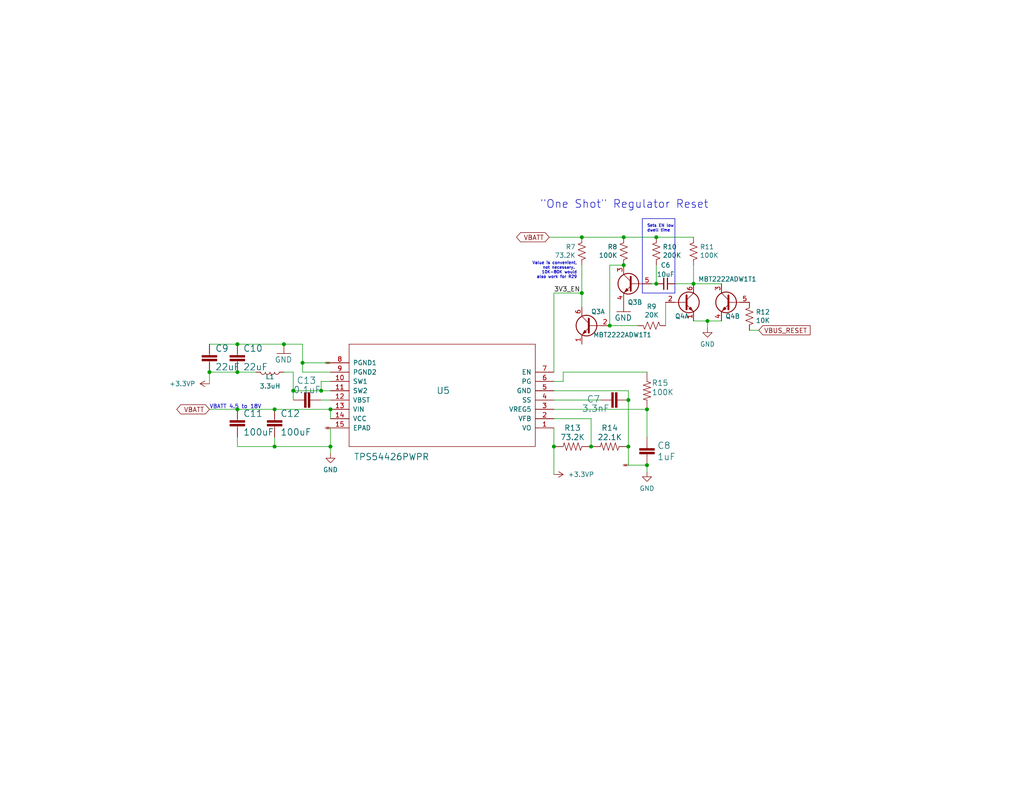
<source format=kicad_sch>
(kicad_sch (version 20230121) (generator eeschema)
  (paper "USLetter")
  (title_block (title "2S3P Power Board with Monitoring") (date "2023-10-30") (rev "v1.0") (company "TVSC") (comment 1 "See https://pycubed.org/ for details.") (comment 2 "Based on PyCubed Battery Board"))
  (lib_symbols
    (symbol "Device:C_Small" (pin_numbers hide) (pin_names (offset 0.254) hide)
      (property "Reference" "C" (at 0.254 1.778 0))
      (property "Value" "C_Small" (at 0.254 -2.032 0))
      (symbol "C_Small_0_1"
        (polyline (pts (xy -1.524 -0.508) (xy 1.524 -0.508)) (stroke (width 0.3302)))
        (polyline (pts (xy -1.524 0.508) (xy 1.524 0.508)) (stroke (width 0.3048)))
      )
      (symbol "C_Small_1_1"
        (pin passive line (at 0 2.54 270) (length 2.032) (name "~") (number "1"))
        (pin passive line (at 0 -2.54 90) (length 2.032) (name "~") (number "2"))
      )
    )
    (symbol "Device:L" (pin_numbers hide) (pin_names (offset 1.016) hide)
      (property "Reference" "L" (at -1.27 0 90))
      (property "Value" "L" (at 1.905 0 90))
      (symbol "L_0_1"
        (arc (start 0 -2.54) (mid 0.6323 -1.905) (end 0 -1.27))
        (arc (start 0 -1.27) (mid 0.6323 -0.635) (end 0 0))
        (arc (start 0 0) (mid 0.6323 0.635) (end 0 1.27))
        (arc (start 0 1.27) (mid 0.6323 1.905) (end 0 2.54))
      )
      (symbol "L_1_1"
        (pin passive line (at 0 3.81 270) (length 1.27) (name "1") (number "1"))
        (pin passive line (at 0 -3.81 90) (length 1.27) (name "2") (number "2"))
      )
    )
    (symbol "Device:R_US" (pin_numbers hide) (pin_names (offset 0))
      (property "Reference" "R" (at 2.54 0 90))
      (property "Value" "R_US" (at -2.54 0 90))
      (symbol "R_US_0_1"
        (polyline (pts (xy 0 -2.286) (xy 0 -2.54)))
        (polyline (pts (xy 0 2.286) (xy 0 2.54)))
        (polyline (pts (xy 0 -0.762) (xy 1.016 -1.143) (xy 0 -1.524) (xy -1.016 -1.905) (xy 0 -2.286)))
        (polyline (pts (xy 0 0.762) (xy 1.016 0.381) (xy 0 0) (xy -1.016 -0.381) (xy 0 -0.762)))
        (polyline (pts (xy 0 2.286) (xy 1.016 1.905) (xy 0 1.524) (xy -1.016 1.143) (xy 0 0.762)))
      )
      (symbol "R_US_1_1"
        (pin passive line (at 0 3.81 270) (length 1.27) (name "~") (number "1"))
        (pin passive line (at 0 -3.81 90) (length 1.27) (name "~") (number "2"))
      )
    )
    (symbol "Transistor_BJT:MBT2222ADW1T1" (pin_names (offset 0) hide)
      (property "Reference" "Q" (at 5.08 1.27 0))
      (property "Value" "MBT2222ADW1T1" (at 5.08 -1.27 0))
      (symbol "MBT2222ADW1T1_0_1"
        (polyline (pts (xy 0.635 0) (xy -2.54 0)))
        (polyline (pts (xy 0.635 0.635) (xy 2.54 2.54)))
        (polyline (pts (xy 0.635 -0.635) (xy 2.54 -2.54) (xy 2.54 -2.54)))
        (polyline (pts (xy 0.635 1.905) (xy 0.635 -1.905) (xy 0.635 -1.905)) (stroke (width 0.508)))
        (polyline (pts (xy 1.27 -1.778) (xy 1.778 -1.27) (xy 2.286 -2.286) (xy 1.27 -1.778) (xy 1.27 -1.778)) (fill (type outline)))
        (circle (center 1.27 0) (radius 2.8194) (stroke (width 0.254)))
      )
      (symbol "MBT2222ADW1T1_1_1"
        (pin passive line (at 2.54 -5.08 90) (length 2.54) (name "E1") (number "1"))
        (pin input line (at -5.08 0 0) (length 2.54) (name "B1") (number "2"))
        (pin passive line (at 2.54 5.08 270) (length 2.54) (name "C1") (number "6"))
      )
      (symbol "MBT2222ADW1T1_2_1"
        (pin passive line (at 2.54 5.08 270) (length 2.54) (name "C2") (number "3"))
        (pin passive line (at 2.54 -5.08 90) (length 2.54) (name "E2") (number "4"))
        (pin input line (at -5.08 0 0) (length 2.54) (name "B2") (number "5"))
      )
    )
    (symbol "mainboard:1.0UF-0603-16V-10%" (pin_names (offset 1.016))
      (property "Reference" "C" (at 1.524 2.921 0))
      (property "Value" "1.0UF-0603-16V-10%" (at 1.524 -2.159 0))
      (symbol "1.0UF-0603-16V-10%_1_0"
        (rectangle (start -2.032 0.508) (end 2.032 1.016) (fill (type outline)))
        (rectangle (start -2.032 1.524) (end 2.032 2.032) (fill (type outline)))
        (polyline (pts (xy 0 0) (xy 0 0.508)))
        (polyline (pts (xy 0 2.54) (xy 0 2.032)))
        (pin passive line (at 0 5.08 270) (length 2.54) (name "1") (number "1"))
        (pin passive line (at 0 -2.54 90) (length 2.54) (name "2") (number "2"))
      )
    )
    (symbol "mainboard:22UF-0805-6.3V-20%" (pin_names (offset 1.016))
      (property "Reference" "C" (at 1.524 2.921 0))
      (property "Value" "22UF-0805-6.3V-20%" (at 1.524 -2.159 0))
      (symbol "22UF-0805-6.3V-20%_1_0"
        (rectangle (start -2.032 0.508) (end 2.032 1.016) (fill (type outline)))
        (rectangle (start -2.032 1.524) (end 2.032 2.032) (fill (type outline)))
        (polyline (pts (xy 0 0) (xy 0 0.508)))
        (polyline (pts (xy 0 2.54) (xy 0 2.032)))
        (pin passive line (at 0 5.08 270) (length 2.54) (name "1") (number "1"))
        (pin passive line (at 0 -2.54 90) (length 2.54) (name "2") (number "2"))
      )
    )
    (symbol "mainboard:22UF-1210-16V-20%" (pin_names (offset 1.016))
      (property "Reference" "C" (at 1.524 2.921 0))
      (property "Value" "22UF-1210-16V-20%" (at 1.524 -2.159 0))
      (symbol "22UF-1210-16V-20%_1_0"
        (rectangle (start -2.032 0.508) (end 2.032 1.016) (fill (type outline)))
        (rectangle (start -2.032 1.524) (end 2.032 2.032) (fill (type outline)))
        (polyline (pts (xy 0 0) (xy 0 0.508)))
        (polyline (pts (xy 0 2.54) (xy 0 2.032)))
        (pin passive line (at 0 5.08 270) (length 2.54) (name "1") (number "1"))
        (pin passive line (at 0 -2.54 90) (length 2.54) (name "2") (number "2"))
      )
    )
    (symbol "mainboard:3.3NF-0603-100V-10%" (pin_names (offset 1.016))
      (property "Reference" "C" (at 1.524 2.921 0))
      (property "Value" "3.3NF-0603-100V-10%" (at 1.524 -2.159 0))
      (symbol "3.3NF-0603-100V-10%_1_0"
        (rectangle (start -2.032 0.508) (end 2.032 1.016) (fill (type outline)))
        (rectangle (start -2.032 1.524) (end 2.032 2.032) (fill (type outline)))
        (polyline (pts (xy 0 0) (xy 0 0.508)))
        (polyline (pts (xy 0 2.54) (xy 0 2.032)))
        (pin passive line (at 0 5.08 270) (length 2.54) (name "1") (number "1"))
        (pin passive line (at 0 -2.54 90) (length 2.54) (name "2") (number "2"))
      )
    )
    (symbol "mainboard:GND" (power) (pin_names (offset 1.016))
      (property "Value" "GND" (at -2.54 -2.54 0))
      (symbol "GND_1_0"
        (polyline (pts (xy -1.905 0) (xy 1.905 0)))
        (pin power_in line (at 0 2.54 270) (length 2.54) (name "GND") (number "1"))
      )
    )
    (symbol "mainboard:R-US_R0603" (pin_names (offset 1.016))
      (property "Reference" "R" (at -3.81 1.4986 0))
      (property "Value" "R-US_R0603" (at -3.81 -3.302 0))
      (symbol "R-US_R0603_1_0"
        (polyline (pts (xy -2.54 0) (xy -2.159 1.016)))
        (polyline (pts (xy -2.159 1.016) (xy -1.524 -1.016)))
        (polyline (pts (xy -1.524 -1.016) (xy -0.889 1.016)))
        (polyline (pts (xy -0.889 1.016) (xy -0.254 -1.016)))
        (polyline (pts (xy -0.254 -1.016) (xy 0.381 1.016)))
        (polyline (pts (xy 0.381 1.016) (xy 1.016 -1.016)))
        (polyline (pts (xy 1.016 -1.016) (xy 1.651 1.016)))
        (polyline (pts (xy 1.651 1.016) (xy 2.286 -1.016)))
        (polyline (pts (xy 2.286 -1.016) (xy 2.54 0)))
        (pin passive line (at -5.08 0 0) (length 2.54) (name "1") (number "1"))
        (pin passive line (at 5.08 0 180) (length 2.54) (name "2") (number "2"))
      )
    )
    (symbol "mainboard:TPS54226PWPRPWP14_2P31X2P46-L" (pin_names (offset 1.016))
      (property "Reference" "U" (at 28.2956 9.1186 0))
      (property "Value" "TPS54226PWPRPWP14_2P31X2P46-L" (at 27.6606 6.5786 0))
      (symbol "TPS54226PWPRPWP14_2P31X2P46-L_1_0"
        (polyline (pts (xy 7.62 -22.86) (xy 58.42 -22.86)))
        (polyline (pts (xy 7.62 5.08) (xy 7.62 -22.86)))
        (polyline (pts (xy 58.42 -22.86) (xy 58.42 5.08)))
        (polyline (pts (xy 58.42 5.08) (xy 7.62 5.08)))
        (pin output line (at 2.54 0 0) (length 5.08) (name "VO") (number "1"))
        (pin passive line (at 63.5 -12.7 180) (length 5.08) (name "SW1") (number "10"))
        (pin passive line (at 63.5 -10.16 180) (length 5.08) (name "SW2") (number "11"))
        (pin input line (at 63.5 -7.62 180) (length 5.08) (name "VBST") (number "12"))
        (pin input line (at 63.5 -5.08 180) (length 5.08) (name "VIN") (number "13"))
        (pin input line (at 63.5 -2.54 180) (length 5.08) (name "VCC") (number "14"))
        (pin passive line (at 63.5 0 180) (length 5.08) (name "EPAD") (number "15"))
        (pin input line (at 2.54 -2.54 0) (length 5.08) (name "VFB") (number "2"))
        (pin output line (at 2.54 -5.08 0) (length 5.08) (name "VREG5") (number "3"))
        (pin passive line (at 2.54 -7.62 0) (length 5.08) (name "SS") (number "4"))
        (pin power_in line (at 2.54 -10.16 0) (length 5.08) (name "GND") (number "5"))
        (pin output line (at 2.54 -12.7 0) (length 5.08) (name "PG") (number "6"))
        (pin input line (at 2.54 -15.24 0) (length 5.08) (name "EN") (number "7"))
        (pin power_in line (at 63.5 -17.78 180) (length 5.08) (name "PGND1") (number "8"))
        (pin power_in line (at 63.5 -15.24 180) (length 5.08) (name "PGND2") (number "9"))
      )
    )
    (symbol "power:+3.3VP" (power) (pin_names (offset 0))
      (property "Value" "+3.3VP" (at 0 2.54 0))
      (symbol "+3.3VP_0_0"
        (pin power_in line (at 0 0 90) (length 0) hide (name "+3.3VP") (number "1"))
      )
      (symbol "+3.3VP_0_1"
        (polyline (pts (xy -0.762 1.27) (xy 0 2.54)))
        (polyline (pts (xy 0 0) (xy 0 2.54)))
        (polyline (pts (xy 0 2.54) (xy 0.762 1.27)))
      )
    )
    (symbol "power:GND" (power) (pin_names (offset 0))
      (property "Value" "GND" (at 0 -3.81 0))
      (symbol "GND_0_1"
        (polyline (pts (xy 0 0) (xy 0 -1.27) (xy 1.27 -1.27) (xy 0 -2.54) (xy -1.27 -1.27) (xy 0 -1.27)))
      )
      (symbol "GND_1_1"
        (pin power_in line (at 0 0 270) (length 0) hide (name "GND") (number "1"))
      )
    )
  )
  (junction (at 151.13 121.92))
  (junction (at 74.93 111.76))
  (junction (at 176.53 127))
  (junction (at 176.53 111.76))
  (junction (at 170.18 64.77))
  (junction (at 158.75 80.01))
  (junction (at 179.07 64.77))
  (junction (at 189.23 77.47))
  (junction (at 90.17 121.92))
  (junction (at 90.17 111.76))
  (junction (at 74.93 121.92))
  (junction (at 64.77 111.76))
  (junction (at 171.45 109.22))
  (junction (at 170.18 72.39))
  (junction (at 82.55 99.06))
  (junction (at 87.63 106.68))
  (junction (at 179.07 77.47))
  (junction (at 171.45 121.92))
  (junction (at 57.15 101.6))
  (junction (at 193.04 87.63))
  (junction (at 77.47 93.98))
  (junction (at 64.77 101.6))
  (junction (at 158.75 64.77))
  (junction (at 64.77 93.98))
  (junction (at 166.37 88.9))
  (junction (at 80.01 106.68))
  (junction (at 161.29 121.92))
  (wire (pts (xy 171.45 127) (xy 171.45 121.92)))
  (wire (pts (xy 177.8 77.47) (xy 179.07 77.47)))
  (wire (pts (xy 80.01 109.22) (xy 80.01 106.68)))
  (wire (pts (xy 90.17 121.92) (xy 90.17 123.825)))
  (wire (pts (xy 181.61 88.9) (xy 181.61 82.55)))
  (wire (pts (xy 57.15 93.98) (xy 64.77 93.98)))
  (wire (pts (xy 166.37 88.9) (xy 166.37 72.39)))
  (wire (pts (xy 189.23 87.63) (xy 193.04 87.63)))
  (wire (pts (xy 90.17 104.14) (xy 87.63 104.14)))
  (wire (pts (xy 151.13 101.6) (xy 151.13 80.01)))
  (wire (pts (xy 90.17 106.68) (xy 87.63 106.68)))
  (wire (pts (xy 151.13 114.3) (xy 161.29 114.3)))
  (wire (pts (xy 179.07 72.39) (xy 179.07 77.47)))
  (wire (pts (xy 151.13 80.01) (xy 158.75 80.01)))
  (polyline (pts (xy 184.15 80.01) (xy 175.26 80.01)))
  (wire (pts (xy 193.04 89.535) (xy 193.04 87.63)))
  (wire (pts (xy 153.67 104.14) (xy 151.13 104.14)))
  (wire (pts (xy 158.75 64.77) (xy 170.18 64.77)))
  (polyline (pts (xy 175.26 80.01) (xy 175.26 59.69)))
  (wire (pts (xy 64.77 93.98) (xy 77.47 93.98)))
  (wire (pts (xy 158.75 72.39) (xy 158.75 80.01)))
  (wire (pts (xy 176.53 111.76) (xy 176.53 119.38)))
  (wire (pts (xy 151.13 111.76) (xy 176.53 111.76)))
  (wire (pts (xy 77.47 93.98) (xy 82.55 93.98)))
  (wire (pts (xy 74.93 121.92) (xy 90.17 121.92)))
  (wire (pts (xy 64.77 121.92) (xy 74.93 121.92)))
  (wire (pts (xy 176.53 101.6) (xy 153.67 101.6)))
  (wire (pts (xy 161.29 114.3) (xy 161.29 121.92)))
  (wire (pts (xy 171.45 109.22) (xy 171.45 121.92)))
  (wire (pts (xy 171.45 127) (xy 176.53 127)))
  (wire (pts (xy 64.77 111.76) (xy 74.93 111.76)))
  (wire (pts (xy 82.55 93.98) (xy 82.55 99.06)))
  (wire (pts (xy 74.93 111.76) (xy 90.17 111.76)))
  (wire (pts (xy 151.13 121.92) (xy 151.13 129.54)))
  (wire (pts (xy 77.47 101.6) (xy 80.01 101.6)))
  (wire (pts (xy 170.18 64.77) (xy 179.07 64.77)))
  (wire (pts (xy 189.23 72.39) (xy 189.23 77.47)))
  (wire (pts (xy 153.67 101.6) (xy 153.67 104.14)))
  (wire (pts (xy 90.17 114.3) (xy 90.17 111.76)))
  (wire (pts (xy 151.13 106.68) (xy 171.45 106.68)))
  (wire (pts (xy 64.77 111.76) (xy 57.15 111.76)))
  (wire (pts (xy 184.15 77.47) (xy 189.23 77.47)))
  (wire (pts (xy 57.15 101.6) (xy 64.77 101.6)))
  (wire (pts (xy 196.85 77.47) (xy 189.23 77.47)))
  (wire (pts (xy 64.77 121.92) (xy 64.77 119.38)))
  (wire (pts (xy 82.55 101.6) (xy 90.17 101.6)))
  (wire (pts (xy 57.15 104.775) (xy 57.15 101.6)))
  (wire (pts (xy 149.86 64.77) (xy 158.75 64.77)))
  (polyline (pts (xy 184.15 80.01) (xy 184.15 59.69)))
  (wire (pts (xy 74.93 121.92) (xy 74.93 119.38)))
  (wire (pts (xy 173.99 88.9) (xy 166.37 88.9)))
  (wire (pts (xy 90.17 116.84) (xy 90.17 121.92)))
  (wire (pts (xy 90.17 99.06) (xy 82.55 99.06)))
  (wire (pts (xy 158.75 80.01) (xy 158.75 83.82)))
  (wire (pts (xy 87.63 106.68) (xy 87.63 104.14)))
  (wire (pts (xy 151.13 116.84) (xy 151.13 121.92)))
  (wire (pts (xy 207.01 90.17) (xy 204.47 90.17)))
  (wire (pts (xy 179.07 64.77) (xy 189.23 64.77)))
  (wire (pts (xy 166.37 72.39) (xy 170.18 72.39)))
  (wire (pts (xy 82.55 99.06) (xy 82.55 101.6)))
  (wire (pts (xy 64.77 101.6) (xy 69.85 101.6)))
  (wire (pts (xy 171.45 106.68) (xy 171.45 109.22)))
  (wire (pts (xy 80.01 106.68) (xy 80.01 101.6)))
  (wire (pts (xy 151.13 109.22) (xy 163.83 109.22)))
  (polyline (pts (xy 184.15 59.69) (xy 175.26 59.69)))
  (wire (pts (xy 90.17 109.22) (xy 87.63 109.22)))
  (wire (pts (xy 176.53 127) (xy 176.53 128.905)))
  (wire (pts (xy 87.63 106.68) (xy 80.01 106.68)))
  (wire (pts (xy 193.04 87.63) (xy 196.85 87.63)))
  (text "\"One Shot\" Regulator Reset" (at 147.32 57.15 0) (effects (font (size 2.159 2.159)) (justify left bottom)))
  (text "Sets EN low\ndwell time" (at 176.53 63.5 0) (effects (font (size 0.7874 0.7874)) (justify left bottom)))
  (text "VBATT 4.5 to 18V" (at 57.15 111.76 0) (effects (font (size 1.0668 1.0668)) (justify left bottom)))
  (text "Value is convenient,\nnot necessary. \n10K-80K would\nalso work for R29" (at 157.48 76.2 0) (effects (font (size 0.7874 0.7874)) (justify right bottom)))
  (label "3V3_EN" (at 151.13 80.01 0))
  (global_label "VBUS_RESET" (shape input) (at 207.01 90.17 0) (property "Intersheetrefs" "${INTERSHEET_REFS}" (effects hide)))
  (global_label "GND" (shape bidirectional) (at 90.17 99.06 180) (effects (font (size 0.254 0.254))) (property "Intersheetrefs" "${INTERSHEET_REFS}" (effects hide)))
  (global_label "VBATT" (shape bidirectional) (at 149.86 64.77 180) (property "Intersheetrefs" "${INTERSHEET_REFS}" (effects hide)))
  (global_label "GND" (shape bidirectional) (at 90.17 116.84 180) (effects (font (size 0.254 0.254))) (property "Intersheetrefs" "${INTERSHEET_REFS}" (effects hide)))
  (global_label "VBATT" (shape bidirectional) (at 57.15 111.76 180) (property "Intersheetrefs" "${INTERSHEET_REFS}" (effects hide)))
  (global_label "GND" (shape bidirectional) (at 171.45 127 180) (effects (font (size 0.254 0.254))) (property "Intersheetrefs" "${INTERSHEET_REFS}" (effects hide)))
  (symbol (lib_id "Device:R_US") (at 158.75 68.58 0) (mirror y) (unit 1)
    (property "Reference" "R7" (at 157.0482 67.4116 0) (effects (justify left)))
    (property "Value" "73.2K" (at 157.0482 69.723 0) (effects (justify left)))
    (property "Footprint" "Resistor_SMD:R_0603_1608Metric" (effects hide))
    (property "Description" "73.2K 0603" (effects hide))
    (instances (project "2S3P Power Board" (path "" (reference "R7") (unit 1)) (path "" (reference "R8") (unit 1))) (project "mainboard" (path "" (reference "R29") (unit 1)) (path "" (reference "R?") (unit 1))))
  )
  (symbol (lib_id "Device:R_US") (at 177.8 88.9 270) (mirror x) (unit 1)
    (property "Reference" "R9" (at 177.8 83.693 90))
    (property "Value" "20K" (at 177.8 86.0044 90))
    (property "Footprint" "Resistor_SMD:R_0603_1608Metric" (effects hide))
    (property "Description" "20K 0603" (effects hide))
    (instances (project "2S3P Power Board" (path "" (reference "R9") (unit 1)) (path "" (reference "R12") (unit 1))) (project "mainboard" (path "" (reference "R110") (unit 1)) (path "" (reference "R?") (unit 1))))
  )
  (symbol (lib_id "Transistor_BJT:MBT2222ADW1T1") (at 172.72 77.47 0) (mirror y) (unit 2)
    (property "Reference" "Q3" (at 175.26 82.55 0) (effects (justify left)))
    (property "Value" "MBT2222ADW1T1" (effects hide))
    (property "Footprint" "Package_TO_SOT_SMD:SOT-363_SC-70-6" (effects hide))
    (property "Datasheet" "http://www.onsemi.com/pub_link/Collateral/MBT2222ADW1T1-D.PDF" (effects hide))
    (property "Description" "Dual NPN BJT - 2NPN" (effects hide))
    (property "Flight" "MBT2222ADW1T1G" (effects hide))
    (property "Manufacturer" "ON Semiconductor" (effects hide))
    (property "Non-Fabricator PN" "MBT2222ADW1T1G" (effects hide))
    (property "Proto" "MBT2222ADW1T1G" (effects hide))
    (instances (project "2S3P Power Board" (path "" (reference "Q3") (unit 2)) (path "" (reference "Q3") (unit 2))) (project "mainboard" (path "" (reference "Q2") (unit 2))))
  )
  (symbol (lib_id "power:GND") (at 90.17 123.825 0) (unit 1)
    (property "Reference" "#PWR026" (effects hide))
    (property "Value" "GND" (at 90.17 128.27 0))
  )
  (symbol (lib_id "power:+3.3VP") (at 57.15 104.775 90) (unit 1)
    (property "Reference" "#PWR05" (effects hide))
    (property "Value" "+3.3VP" (at 53.34 104.775 90) (effects (justify left)))
  )
  (symbol (lib_id "mainboard:1.0UF-0603-16V-10%") (at 85.09 109.22 90) (unit 1)
    (property "Reference" "C13" (at 86.36 102.87 90) (effects (font (size 1.778 1.778)) (justify left bottom)))
    (property "Value" "0.1uF" (at 87.63 105.41 90) (effects (font (size 1.778 1.778)) (justify left bottom)))
    (property "Footprint" "Capacitor_SMD:C_0603_1608Metric" (effects hide))
    (property "Description" "0.1uF +-10% 50V X7R 0603" (effects hide))
    (instances (project "2S3P Power Board" (path "" (reference "C13") (unit 1)) (path "" (reference "C10") (unit 1))) (project "mainboard" (path "" (reference "C21") (unit 1)) (path "" (reference "C?") (unit 1))))
  )
  (symbol (lib_id "Device:R_US") (at 179.07 68.58 0) (mirror y) (unit 1)
    (property "Reference" "R10" (at 180.7972 67.4116 0) (effects (justify right)))
    (property "Value" "200K" (at 180.7972 69.723 0) (effects (justify right)))
    (property "Footprint" "Resistor_SMD:R_0603_1608Metric" (effects hide))
    (property "Description" "200K 0603" (effects hide))
    (instances (project "2S3P Power Board" (path "" (reference "R10") (unit 1)) (path "" (reference "R13") (unit 1))) (project "mainboard" (path "" (reference "R47") (unit 1)) (path "" (reference "R?") (unit 1))))
  )
  (symbol (lib_id "power:+3.3VP") (at 151.13 129.54 270) (unit 1)
    (property "Reference" "#PWR011" (effects hide))
    (property "Value" "+3.3VP" (at 154.94 129.54 90) (effects (justify left)))
  )
  (symbol (lib_id "mainboard:R-US_R0603") (at 166.37 121.92 180) (unit 1)
    (property "Reference" "R14" (at 166.37 116.84 0) (effects (font (size 1.4986 1.4986))))
    (property "Value" "22.1K" (at 166.37 119.38 0) (effects (font (size 1.4986 1.4986))))
    (property "Footprint" "Resistor_SMD:R_0603_1608Metric" (effects hide))
    (property "Description" "22.1K 0603" (effects hide))
    (instances (project "2S3P Power Board" (path "" (reference "R14") (unit 1)) (path "" (reference "R9") (unit 1))) (project "mainboard" (path "" (reference "R14") (unit 1)) (path "" (reference "R?") (unit 1))))
  )
  (symbol (lib_id "mainboard:GND") (at 170.18 85.09 0) (unit 1)
    (property "Reference" "#GND03" (effects hide))
    (property "Value" "GND" (at 167.64 87.63 0) (effects (font (size 1.4986 1.4986)) (justify left bottom)))
    (instances (project "2S3P Power Board" (path "" (reference "#GND03") (unit 1)) (path "" (reference "#GND05") (unit 1))) (project "mainboard" (path "" (reference "#GND016") (unit 1)) (path "" (reference "#GND?") (unit 1))))
  )
  (symbol (lib_id "mainboard:GND") (at 77.47 96.52 0) (unit 1)
    (property "Reference" "#GND06" (effects hide))
    (property "Value" "GND" (at 74.93 99.06 0) (effects (font (size 1.4986 1.4986)) (justify left bottom)))
    (instances (project "2S3P Power Board" (path "" (reference "#GND06") (unit 1)) (path "" (reference "#GND03") (unit 1))) (project "mainboard" (path "" (reference "#GND011") (unit 1)) (path "" (reference "#GND?") (unit 1))))
  )
  (symbol (lib_id "mainboard:22UF-1210-16V-20%") (at 64.77 116.84 0) (unit 1)
    (property "Reference" "C11" (at 66.294 113.919 0) (effects (font (size 1.778 1.778)) (justify left bottom)))
    (property "Value" "100uF" (at 66.294 118.999 0) (effects (font (size 1.778 1.778)) (justify left bottom)))
    (property "Footprint" "Capacitor_SMD:C_1210_3225Metric" (effects hide))
    (property "Description" "100uF 16V X5R 1210" (effects hide))
    (instances (project "2S3P Power Board" (path "" (reference "C11") (unit 1)) (path "" (reference "C8") (unit 1))) (project "mainboard" (path "" (reference "C19") (unit 1)) (path "" (reference "C?") (unit 1))))
  )
  (symbol (lib_id "mainboard:1.0UF-0603-16V-10%") (at 176.53 124.46 0) (unit 1)
    (property "Reference" "C8" (at 179.2732 121.6406 0) (effects (font (size 1.778 1.778)) (justify left)))
    (property "Value" "1uF" (at 179.2732 124.714 0) (effects (font (size 1.778 1.778)) (justify left)))
    (property "Footprint" "Capacitor_SMD:C_0603_1608Metric" (effects hide))
    (property "Description" "1uF 0603 X7R" (effects hide))
    (instances (project "2S3P Power Board" (path "" (reference "C8") (unit 1)) (path "" (reference "C12") (unit 1))) (project "mainboard" (path "" (reference "C27") (unit 1)) (path "" (reference "C?") (unit 1))))
  )
  (symbol (lib_id "power:GND") (at 176.53 128.905 0) (unit 1)
    (property "Reference" "#PWR027" (effects hide))
    (property "Value" "GND" (at 176.53 133.35 0))
  )
  (symbol (lib_id "mainboard:22UF-0805-6.3V-20%") (at 64.77 99.06 0) (unit 1)
    (property "Reference" "C10" (at 66.294 96.139 0) (effects (font (size 1.778 1.778)) (justify left bottom)))
    (property "Value" "22uF" (at 66.294 101.219 0) (effects (font (size 1.778 1.778)) (justify left bottom)))
    (property "Footprint" "Capacitor_SMD:C_0603_1608Metric" (effects hide))
    (property "Description" "22uF +-20% 10V X5R" (effects hide))
    (instances (project "2S3P Power Board" (path "" (reference "C10") (unit 1)) (path "" (reference "C7") (unit 1))) (project "mainboard" (path "" (reference "C18") (unit 1)) (path "" (reference "C?") (unit 1))))
  )
  (symbol (lib_id "Transistor_BJT:MBT2222ADW1T1") (at 161.29 88.9 0) (mirror y) (unit 1)
    (property "Reference" "Q3" (at 165.1 85.09 0) (effects (justify left)))
    (property "Value" "MBT2222ADW1T1" (at 177.8 91.44 0) (effects (justify left)))
    (property "Footprint" "Package_TO_SOT_SMD:SOT-363_SC-70-6" (effects hide))
    (property "Datasheet" "http://www.onsemi.com/pub_link/Collateral/MBT2222ADW1T1-D.PDF" (effects hide))
    (property "Description" "Dual NPN BJT - 2NPN" (effects hide))
    (property "Flight" "MBT2222ADW1T1G" (effects hide))
    (property "Manufacturer" "ON Semiconductor" (effects hide))
    (property "Non-Fabricator PN" "MBT2222ADW1T1G" (effects hide))
    (property "Proto" "MBT2222ADW1T1G" (effects hide))
    (instances (project "2S3P Power Board" (path "" (reference "Q3") (unit 1)) (path "" (reference "Q3") (unit 1))) (project "mainboard" (path "" (reference "Q2") (unit 1))))
  )
  (symbol (lib_id "mainboard:R-US_R0603") (at 176.53 106.68 270) (unit 1)
    (property "Reference" "R15" (at 177.8 105.41 90) (effects (font (size 1.4986 1.4986)) (justify left bottom)))
    (property "Value" "100K" (at 177.8 107.95 90) (effects (font (size 1.4986 1.4986)) (justify left bottom)))
    (property "Footprint" "Resistor_SMD:R_0603_1608Metric" (effects hide))
    (property "Description" "100K 0603" (effects hide))
    (instances (project "2S3P Power Board" (path "" (reference "R15") (unit 1)) (path "" (reference "R11") (unit 1))) (project "mainboard" (path "" (reference "R15") (unit 1)) (path "" (reference "R?") (unit 1))))
  )
  (symbol (lib_id "Transistor_BJT:MBT2222ADW1T1") (at 186.69 82.55 0) (unit 1)
    (property "Reference" "Q4" (at 184.15 86.36 0) (effects (justify left)))
    (property "Value" "MBT2222ADW1T1" (at 190.5 76.2 0) (effects (justify left)))
    (property "Footprint" "Package_TO_SOT_SMD:SOT-363_SC-70-6" (effects hide))
    (property "Datasheet" "http://www.onsemi.com/pub_link/Collateral/MBT2222ADW1T1-D.PDF" (effects hide))
    (property "Description" "Dual NPN BJT - 2NPN" (effects hide))
    (property "Flight" "MBT2222ADW1T1G" (effects hide))
    (property "Manufacturer" "ON Semiconductor" (effects hide))
    (property "Non-Fabricator PN" "MBT2222ADW1T1G" (effects hide))
    (property "Proto" "MBT2222ADW1T1G" (effects hide))
    (instances (project "2S3P Power Board" (path "" (reference "Q4") (unit 1)) (path "" (reference "Q4") (unit 1))) (project "mainboard" (path "" (reference "Q3") (unit 1))))
  )
  (symbol (lib_id "mainboard:TPS54226PWPRPWP14_2P31X2P46-L") (at 153.67 116.84 180) (unit 1)
    (property "Reference" "U5" (at 122.8344 105.6386 0) (effects (font (size 1.7526 1.7526)) (justify left bottom)))
    (property "Value" "TPS54426PWPR" (at 96.52 125.73 0) (effects (font (size 1.7526 1.7526)) (justify right top)))
    (property "Footprint" "mainboard:PWP14_2P31X2P46-L" (effects hide))
    (property "Datasheet" "https://www.ti.com/lit/ds/symlink/tps54426.pdf" (effects hide))
    (property "Description" "3.3V Switching Regulator" (effects hide))
    (property "Manufacturer" "Texas Instruments" (effects hide))
    (property "MPN" "C2070824" (effects hide))
    (property "Designed Part Number" "TPS54426PWPR" (effects hide))
    (property "Designed Manufacturer" "Texas Instruments" (effects hide))
    (property "Non-Fabricator PN" "TPS54426PWPR" (effects hide))
    (instances (project "2S3P Power Board" (path "" (reference "U5") (unit 1)) (path "" (reference "U5") (unit 1))) (project "mainboard" (path "" (reference "U5") (unit 1)) (path "" (reference "U?") (unit 1))))
  )
  (symbol (lib_id "power:GND") (at 193.04 89.535 0) (unit 1)
    (property "Reference" "#PWR028" (effects hide))
    (property "Value" "GND" (at 193.04 93.98 0))
  )
  (symbol (lib_id "Device:R_US") (at 189.23 68.58 0) (mirror y) (unit 1)
    (property "Reference" "R11" (at 190.9572 67.4116 0) (effects (justify right)))
    (property "Value" "100K" (at 190.9572 69.723 0) (effects (justify right)))
    (property "Footprint" "Resistor_SMD:R_0603_1608Metric" (effects hide))
    (property "Description" "100K 0603" (effects hide))
    (instances (project "2S3P Power Board" (path "" (reference "R11") (unit 1)) (path "" (reference "R14") (unit 1))) (project "mainboard" (path "" (reference "R49") (unit 1)) (path "" (reference "R?") (unit 1))))
  )
  (symbol (lib_id "Device:R_US") (at 204.47 86.36 0) (mirror y) (unit 1)
    (property "Reference" "R12" (at 206.1972 85.1916 0) (effects (justify right)))
    (property "Value" "10K" (at 206.1972 87.503 0) (effects (justify right)))
    (property "Footprint" "Resistor_SMD:R_0603_1608Metric" (effects hide))
    (property "Description" "10K 0603" (effects hide))
    (instances (project "2S3P Power Board" (path "" (reference "R12") (unit 1)) (path "" (reference "R15") (unit 1))) (project "mainboard" (path "" (reference "R52") (unit 1)) (path "" (reference "R?") (unit 1))))
  )
  (symbol (lib_id "mainboard:R-US_R0603") (at 156.21 121.92 180) (unit 1)
    (property "Reference" "R13" (at 156.21 116.84 0) (effects (font (size 1.4986 1.4986))))
    (property "Value" "73.2K" (at 156.21 119.38 0) (effects (font (size 1.4986 1.4986))))
    (property "Footprint" "Resistor_SMD:R_0603_1608Metric" (effects hide))
    (property "Description" "73.2K 0603" (effects hide))
    (instances (project "2S3P Power Board" (path "" (reference "R13") (unit 1)) (path "" (reference "R7") (unit 1))) (project "mainboard" (path "" (reference "R13") (unit 1)) (path "" (reference "R?") (unit 1))))
  )
  (symbol (lib_id "Device:R_US") (at 170.18 68.58 0) (mirror y) (unit 1)
    (property "Reference" "R8" (at 168.4782 67.4116 0) (effects (justify left)))
    (property "Value" "100K" (at 168.4782 69.723 0) (effects (justify left)))
    (property "Footprint" "Resistor_SMD:R_0603_1608Metric" (effects hide))
    (property "Description" "100K 0603" (effects hide))
    (instances (project "2S3P Power Board" (path "" (reference "R8") (unit 1)) (path "" (reference "R10") (unit 1))) (project "mainboard" (path "" (reference "R30") (unit 1)) (path "" (reference "R?") (unit 1))))
  )
  (symbol (lib_id "mainboard:22UF-0805-6.3V-20%") (at 57.15 99.06 0) (unit 1)
    (property "Reference" "C9" (at 58.674 96.139 0) (effects (font (size 1.778 1.778)) (justify left bottom)))
    (property "Value" "22uF" (at 58.674 101.219 0) (effects (font (size 1.778 1.778)) (justify left bottom)))
    (property "Footprint" "Capacitor_SMD:C_0603_1608Metric" (effects hide))
    (property "Description" "22uF +-20% 10V X5R" (effects hide))
    (instances (project "2S3P Power Board" (path "" (reference "C9") (unit 1)) (path "" (reference "C6") (unit 1))) (project "mainboard" (path "" (reference "C17") (unit 1)) (path "" (reference "C?") (unit 1))))
  )
  (symbol (lib_id "Transistor_BJT:MBT2222ADW1T1") (at 199.39 82.55 0) (mirror y) (unit 2)
    (property "Reference" "Q4" (at 201.93 86.36 0) (effects (justify left)))
    (property "Value" "MBT2222ADW1T1" (effects hide))
    (property "Footprint" "Package_TO_SOT_SMD:SOT-363_SC-70-6" (effects hide))
    (property "Datasheet" "http://www.onsemi.com/pub_link/Collateral/MBT2222ADW1T1-D.PDF" (effects hide))
    (property "Description" "Dual NPN BJT - 2NPN" (effects hide))
    (property "Flight" "MBT2222ADW1T1G" (effects hide))
    (property "Manufacturer" "ON Semiconductor" (effects hide))
    (property "Non-Fabricator PN" "MBT2222ADW1T1G" (effects hide))
    (property "Proto" "MBT2222ADW1T1G" (effects hide))
    (instances (project "2S3P Power Board" (path "" (reference "Q4") (unit 2)) (path "" (reference "Q4") (unit 2))) (project "mainboard" (path "" (reference "Q3") (unit 2))))
  )
  (symbol (lib_id "Device:C_Small") (at 181.61 77.47 270) (unit 1)
    (property "Reference" "C6" (at 181.61 72.39 90))
    (property "Value" "10uF" (at 181.61 74.93 90))
    (property "Footprint" "Capacitor_SMD:C_0603_1608Metric" (effects hide))
    (property "Description" "10uF +-20% 10V X5R" (effects hide))
    (instances (project "2S3P Power Board" (path "" (reference "C6") (unit 1)) (path "" (reference "C13") (unit 1))) (project "mainboard" (path "" (reference "C6") (unit 1))))
  )
  (symbol (lib_id "mainboard:22UF-1210-16V-20%") (at 74.93 116.84 0) (unit 1)
    (property "Reference" "C12" (at 76.454 113.919 0) (effects (font (size 1.778 1.778)) (justify left bottom)))
    (property "Value" "100uF" (at 76.454 118.999 0) (effects (font (size 1.778 1.778)) (justify left bottom)))
    (property "Footprint" "Capacitor_SMD:C_1210_3225Metric" (effects hide))
    (property "Description" "100uF 16V X5R 1210" (effects hide))
    (instances (project "2S3P Power Board" (path "" (reference "C12") (unit 1)) (path "" (reference "C9") (unit 1))) (project "mainboard" (path "" (reference "C20") (unit 1)) (path "" (reference "C?") (unit 1))))
  )
  (symbol (lib_id "Device:L") (at 73.66 101.6 270) (unit 1)
    (property "Reference" "L1" (at 73.66 102.87 90))
    (property "Value" "3.3uH" (at 73.66 105.41 90))
    (property "Footprint" "mainboard:L_2141" (effects hide))
    (property "Datasheet" "https://datasheet.lcsc.com/lcsc/2009171412_TAI-TECH-HPC5040NF-3R3MTH_C304367.pdf" (effects hide))
    (property "Description" "3.3uH Shielded Inductor" (effects hide))
    (property "Flight" "SPM5030T-3R3M-HZ" (effects hide))
    (property "Manufacturer" "TAI-TECH" (effects hide))
    (property "Non-Fabricator PN" "HPC5040NF-3R3MTH" (effects hide))
    (property "Proto" "HPC5040NF-3R3MTH" (effects hide))
    (instances (project "2S3P Power Board" (path "" (reference "L1") (unit 1)) (path "" (reference "L1") (unit 1))) (project "mainboard" (path "" (reference "L2") (unit 1))))
  )
  (symbol (lib_id "mainboard:3.3NF-0603-100V-10%") (at 168.91 109.22 90) (unit 1)
    (property "Reference" "C7" (at 163.83 107.95 90) (effects (font (size 1.778 1.778)) (justify left bottom)))
    (property "Value" "3.3nF" (at 166.37 110.49 90) (effects (font (size 1.778 1.778)) (justify left bottom)))
    (property "Footprint" "Capacitor_SMD:C_0603_1608Metric" (effects hide))
    (property "Description" "3.3nF +-10% 100V X7R 0603" (effects hide))
    (instances (project "2S3P Power Board" (path "" (reference "C7") (unit 1)) (path "" (reference "C11") (unit 1))) (project "mainboard" (path "" (reference "C26") (unit 1)) (path "" (reference "C?") (unit 1))))
  )
)
</source>
